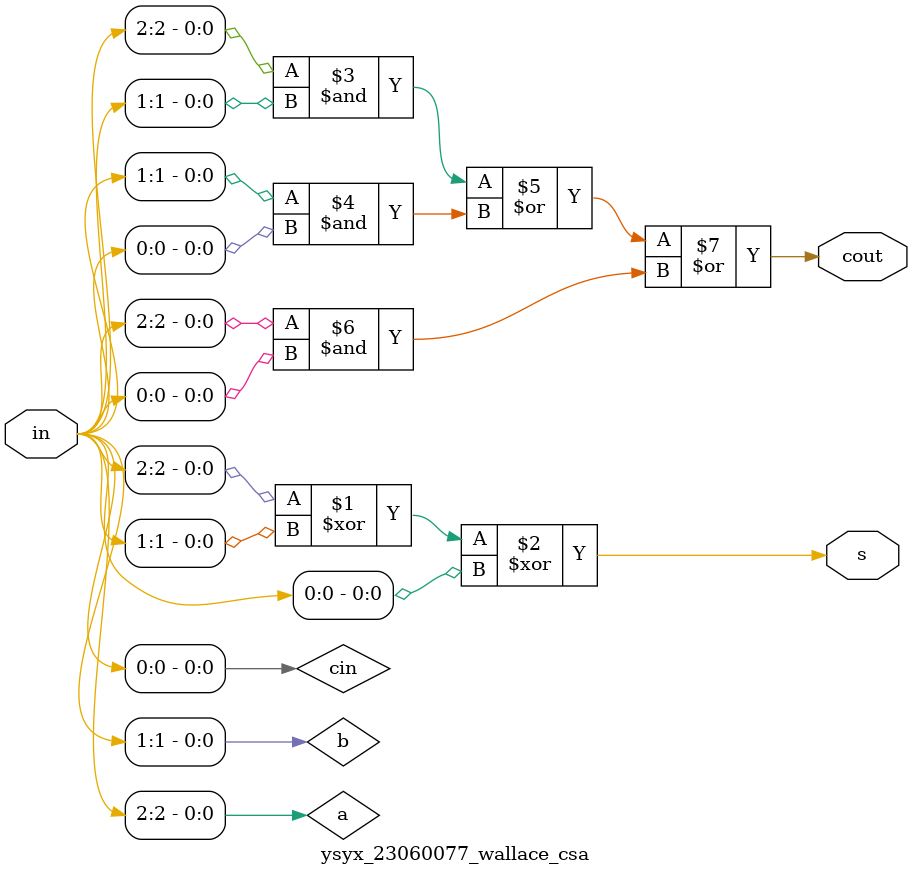
<source format=v>
module ysyx_23060077_wallace_csa(
  input       [2:0]                   in 				          ,
  output                              cout     				    ,
  output                              s     				      
);

wire a = in[2];
wire b = in[1];
wire cin = in[0];
assign s = a ^ b ^ cin;
assign cout = a & b | b & cin | a & cin;


endmodule
</source>
